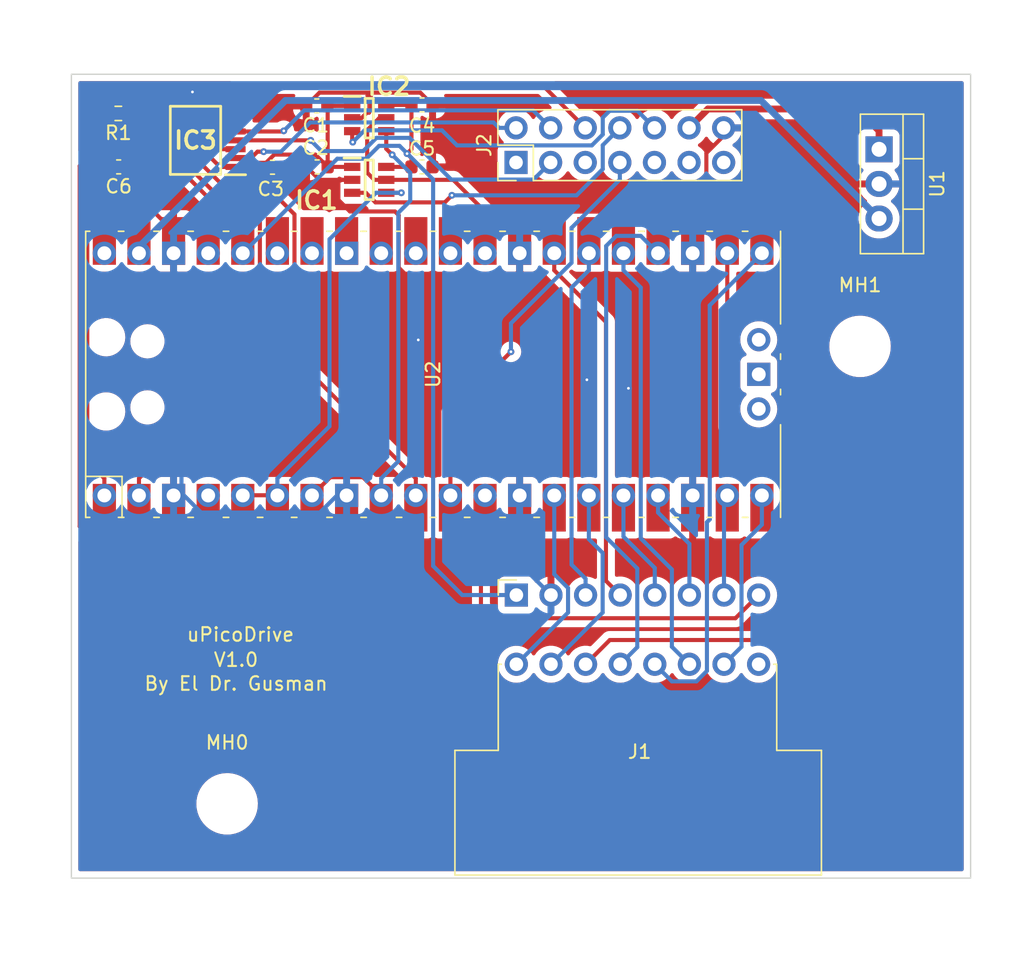
<source format=kicad_pcb>
(kicad_pcb (version 20211014) (generator pcbnew)
  (layers (0 "F.Cu" signal) (31 "B.Cu" signal) (34 "B.Paste" user) (35 "F.Paste" user) (36 "B.SilkS" user "B.Silkscreen") (37 "F.SilkS" user "F.Silkscreen") (38 "B.Mask" user) (39 "F.Mask" user) (44 "Edge.Cuts" user))
  (net 0 "")
  (net 1 "+5V")
  (net 2 "GND")
  (net 3 "+3V3")
  (net 4 "/PICO_ERASE")
  (net 5 "/QL_HEAD1")
  (net 6 "/PICO_HEAD1")
  (net 7 "/HEAD_DIR")
  (net 8 "/QL_HEAD2")
  (net 9 "/PICO_HEAD2")
  (net 10 "/QL_CS_IN")
  (net 11 "/QL_CS_CK")
  (net 12 "/QL_R{slash}~{W}")
  (net 13 "/QL_CS_OUT")
  (net 15 "Net-(IC3-Pad8)")
  (net 17 "/PICO_CS_OUT")
  (net 18 "/PICO_R{slash}~{W}")
  (net 19 "/PICO_CS_CK")
  (net 20 "/PICO_CS_IN")
  (net 21 "+9V")
  (net 22 "/UI_LD_READ")
  (net 23 "/UI_LD_WRITE")
  (net 24 "/UI_SCR_SDA")
  (net 25 "/UI_SD_CS")
  (net 26 "/UI_SCR_SCL")
  (net 27 "/UI_SD_SCK")
  (net 28 "/UI_BTN_BACK")
  (net 29 "/UI_SD_MISO")
  (net 30 "/UI_BTN_NEXT")
  (net 31 "/UI_SD_MOSI")
  (net 32 "/UI_BTN_SELECT")
  (net 33 "/UI_DETECT")
  (net 34 "/UI_LD_SELECT")
  (footprint "Capacitor_SMD:C_0603_1608Metric" (layer "F.Cu") (at 132.25 78.95 180)
    (fp_text reference "C2" (at 0.1 1.4) (layer "F.SilkS"))
    (fp_text value "100nf")
    (pad "1" smd roundrect (at -0.775 0 180) (size 0.9 0.95) (layers "F.Cu" "F.Paste" "F.Mask") (net 1 "+5V"))
    (pad "2" smd roundrect (at 0.775 0 180) (size 0.9 0.95) (layers "F.Cu" "F.Paste" "F.Mask") (net 2 "GND"))
  )
  (footprint "MountingHole:MountingHole_3.5mm" (layer "F.Cu") (at 125.645 125.7)
    (fp_text reference "MH0" (at 0 -4.5) (layer "F.SilkS"))
    (fp_text value "MountingHole_3.5mm")
    (pad "" np_thru_hole circle (at 0 0) (size 3.5 3.5) (drill 3.5) (layers *.Cu *.Mask))
  )
  (footprint "Capacitor_SMD:C_0603_1608Metric" (layer "F.Cu") (at 139.95 74.4)
    (fp_text reference "C4" (at 0 1.525) (layer "F.SilkS"))
    (fp_text value "100nf")
    (pad "1" smd roundrect (at -0.775 0) (size 0.9 0.95) (layers "F.Cu" "F.Paste" "F.Mask") (net 3 "+3V3"))
    (pad "2" smd roundrect (at 0.775 0) (size 0.9 0.95) (layers "F.Cu" "F.Paste" "F.Mask") (net 2 "GND"))
  )
  (footprint "SN74LVC1T45DBVR:SOT95P280X145-6N" (layer "F.Cu") (at 136.075 75.375)
    (fp_text reference "IC2" (at 1.45 -2.325) (layer "F.SilkS") (effects (font (size 1.27 1.27) (thickness 0.254))))
    (fp_text value "SN74LVC1T45DBVR" hide)
    (pad "1" smd rect locked (at -1.25 -0.95 90) (size 0.6 1.2) (layers "F.Cu" "F.Paste" "F.Mask") (net 1 "+5V"))
    (pad "2" smd rect locked (at -1.25 0 90) (size 0.6 1.2) (layers "F.Cu" "F.Paste" "F.Mask") (net 2 "GND"))
    (pad "3" smd rect locked (at -1.25 0.95 90) (size 0.6 1.2) (layers "F.Cu" "F.Paste" "F.Mask") (net 8 "/QL_HEAD2"))
    (pad "4" smd rect locked (at 1.25 0.95 90) (size 0.6 1.2) (layers "F.Cu" "F.Paste" "F.Mask") (net 9 "/PICO_HEAD2"))
    (pad "5" smd rect locked (at 1.25 0 90) (size 0.6 1.2) (layers "F.Cu" "F.Paste" "F.Mask") (net 7 "/HEAD_DIR"))
    (pad "6" smd rect locked (at 1.25 -0.95 90) (size 0.6 1.2) (layers "F.Cu" "F.Paste" "F.Mask") (net 3 "+3V3"))
  )
  (footprint "Capacitor_SMD:C_0603_1608Metric" (layer "F.Cu") (at 132.225 74.475 180)
    (fp_text reference "C1" (at 0.075 -1.425) (layer "F.SilkS"))
    (fp_text value "100nf")
    (pad "1" smd roundrect (at -0.775 0 180) (size 0.9 0.95) (layers "F.Cu" "F.Paste" "F.Mask") (net 1 "+5V"))
    (pad "2" smd roundrect (at 0.775 0 180) (size 0.9 0.95) (layers "F.Cu" "F.Paste" "F.Mask") (net 2 "GND"))
  )
  (footprint "Capacitor_SMD:C_0603_1608Metric" (layer "F.Cu") (at 139.95 78.95)
    (fp_text reference "C5" (at 0 -1.35) (layer "F.SilkS"))
    (fp_text value "100nf")
    (pad "1" smd roundrect (at -0.775 0) (size 0.9 0.95) (layers "F.Cu" "F.Paste" "F.Mask") (net 3 "+3V3"))
    (pad "2" smd roundrect (at 0.775 0) (size 0.9 0.95) (layers "F.Cu" "F.Paste" "F.Mask") (net 2 "GND"))
  )
  (footprint "RPi_Pico:RPi_Pico_SMD_TH" (layer "F.Cu") (at 140.765 94.175 90)
    (fp_text reference "U2" (at 0 0 90) (layer "F.SilkS"))
    (fp_text value "Pico")
    (pad "" np_thru_hole oval (at 2.725 -24 90) (size 1.8 1.8) (drill 1.8) (layers *.Cu *.Mask))
    (pad "" np_thru_hole oval (at -2.725 -24 90) (size 1.8 1.8) (drill 1.8) (layers *.Cu *.Mask))
    (pad "" np_thru_hole oval (at 2.425 -20.97 90) (size 1.5 1.5) (drill 1.5) (layers *.Cu *.Mask))
    (pad "" np_thru_hole oval (at -2.425 -20.97 90) (size 1.5 1.5) (drill 1.5) (layers *.Cu *.Mask))
    (pad "1" smd rect (at -8.89 -24.13 90) (size 3.5 1.7) (drill (offset -0.9 0)) (layers "F.Cu" "F.Mask") (net 20 "/PICO_CS_IN"))
    (pad "1" thru_hole oval (at -8.89 -24.13 90) (size 1.7 1.7) (drill 1.02) (layers *.Cu *.Mask) (net 20 "/PICO_CS_IN"))
    (pad "2" smd rect (at -8.89 -21.59 90) (size 3.5 1.7) (drill (offset -0.9 0)) (layers "F.Cu" "F.Mask") (net 19 "/PICO_CS_CK"))
    (pad "2" thru_hole oval (at -8.89 -21.59 90) (size 1.7 1.7) (drill 1.02) (layers *.Cu *.Mask) (net 19 "/PICO_CS_CK"))
    (pad "3" smd rect (at -8.89 -19.05 90) (size 3.5 1.7) (drill (offset -0.9 0)) (layers "F.Cu" "F.Mask") (net 2 "GND"))
    (pad "3" thru_hole rect (at -8.89 -19.05 90) (size 1.7 1.7) (drill 1.02) (layers *.Cu *.Mask) (net 2 "GND"))
    (pad "4" smd rect (at -8.89 -16.51 90) (size 3.5 1.7) (drill (offset -0.9 0)) (layers "F.Cu" "F.Mask") (net 17 "/PICO_CS_OUT"))
    (pad "4" thru_hole oval (at -8.89 -16.51 90) (size 1.7 1.7) (drill 1.02) (layers *.Cu *.Mask) (net 17 "/PICO_CS_OUT"))
    (pad "5" smd rect (at -8.89 -13.97 90) (size 3.5 1.7) (drill (offset -0.9 0)) (layers "F.Cu" "F.Mask") (net 6 "/PICO_HEAD1"))
    (pad "5" thru_hole oval (at -8.89 -13.97 90) (size 1.7 1.7) (drill 1.02) (layers *.Cu *.Mask) (net 6 "/PICO_HEAD1"))
    (pad "6" thru_hole oval (at -8.89 -11.43 90) (size 1.7 1.7) (drill 1.02) (layers *.Cu *.Mask) (net 6 "/PICO_HEAD1"))
    (pad "6" smd rect (at -8.89 -11.43 90) (size 3.5 1.7) (drill (offset -0.9 0)) (layers "F.Cu" "F.Mask") (net 6 "/PICO_HEAD1"))
    (pad "7" thru_hole oval (at -8.89 -8.89 90) (size 1.7 1.7) (drill 1.02) (layers *.Cu *.Mask) (net 9 "/PICO_HEAD2"))
    (pad "7" smd rect (at -8.89 -8.89 90) (size 3.5 1.7) (drill (offset -0.9 0)) (layers "F.Cu" "F.Mask") (net 9 "/PICO_HEAD2"))
    (pad "8" smd rect (at -8.89 -6.35 90) (size 3.5 1.7) (drill (offset -0.9 0)) (layers "F.Cu" "F.Mask") (net 2 "GND"))
    (pad "8" thru_hole rect (at -8.89 -6.35 90) (size 1.7 1.7) (drill 1.02) (layers *.Cu *.Mask) (net 2 "GND"))
    (pad "9" thru_hole oval (at -8.89 -3.81 90) (size 1.7 1.7) (drill 1.02) (layers *.Cu *.Mask) (net 9 "/PICO_HEAD2"))
    (pad "9" smd rect (at -8.89 -3.81 90) (size 3.5 1.7) (drill (offset -0.9 0)) (layers "F.Cu" "F.Mask") (net 9 "/PICO_HEAD2"))
    (pad "10" thru_hole oval (at -8.89 -1.27 90) (size 1.7 1.7) (drill 1.02) (layers *.Cu *.Mask) (net 18 "/PICO_R{slash}~{W}"))
    (pad "10" smd rect (at -8.89 -1.27 90) (size 3.5 1.7) (drill (offset -0.9 0)) (layers "F.Cu" "F.Mask") (net 18 "/PICO_R{slash}~{W}"))
    (pad "11" smd rect (at -8.89 1.27 90) (size 3.5 1.7) (drill (offset -0.9 0)) (layers "F.Cu" "F.Mask") (net 4 "/PICO_ERASE"))
    (pad "11" thru_hole oval (at -8.89 1.27 90) (size 1.7 1.7) (drill 1.02) (layers *.Cu *.Mask) (net 4 "/PICO_ERASE"))
    (pad "12" thru_hole oval (at -8.89 3.81 90) (size 1.7 1.7) (drill 1.02) (layers *.Cu *.Mask) (net 34 "/UI_LD_SELECT"))
    (pad "12" smd rect (at -8.89 3.81 90) (size 3.5 1.7) (drill (offset -0.9 0)) (layers "F.Cu" "F.Mask") (net 34 "/UI_LD_SELECT"))
    (pad "13" thru_hole rect (at -8.89 6.35 90) (size 1.7 1.7) (drill 1.02) (layers *.Cu *.Mask) (net 2 "GND"))
    (pad "13" smd rect (at -8.89 6.35 90) (size 3.5 1.7) (drill (offset -0.9 0)) (layers "F.Cu" "F.Mask") (net 2 "GND"))
    (pad "14" smd rect (at -8.89 8.89 90) (size 3.5 1.7) (drill (offset -0.9 0)) (layers "F.Cu" "F.Mask") (net 22 "/UI_LD_READ"))
    (pad "14" thru_hole oval (at -8.89 8.89 90) (size 1.7 1.7) (drill 1.02) (layers *.Cu *.Mask) (net 22 "/UI_LD_READ"))
    (pad "15" smd rect (at -8.89 11.43 90) (size 3.5 1.7) (drill (offset -0.9 0)) (layers "F.Cu" "F.Mask") (net 23 "/UI_LD_WRITE"))
    (pad "15" thru_hole oval (at -8.89 11.43 90) (size 1.7 1.7) (drill 1.02) (layers *.Cu *.Mask) (net 23 "/UI_LD_WRITE"))
    (pad "16" thru_hole oval (at -8.89 13.97 90) (size 1.7 1.7) (drill 1.02) (layers *.Cu *.Mask) (net 28 "/UI_BTN_BACK"))
    (pad "16" smd rect (at -8.89 13.97 90) (size 3.5 1.7) (drill (offset -0.9 0)) (layers "F.Cu" "F.Mask") (net 28 "/UI_BTN_BACK"))
    (pad "17" smd rect (at -8.89 16.51 90) (size 3.5 1.7) (drill (offset -0.9 0)) (layers "F.Cu" "F.Mask") (net 30 "/UI_BTN_NEXT"))
    (pad "17" thru_hole oval (at -8.89 16.51 90) (size 1.7 1.7) (drill 1.02) (layers *.Cu *.Mask) (net 30 "/UI_BTN_NEXT"))
    (pad "18" thru_hole rect (at -8.89 19.05 90) (size 1.7 1.7) (drill 1.02) (layers *.Cu *.Mask) (net 2 "GND"))
    (pad "18" smd rect (at -8.89 19.05 90) (size 3.5 1.7) (drill (offset -0.9 0)) (layers "F.Cu" "F.Mask") (net 2 "GND"))
    (pad "19" smd rect (at -8.89 21.59 90) (size 3.5 1.7) (drill (offset -0.9 0)) (layers "F.Cu" "F.Mask") (net 32 "/UI_BTN_SELECT"))
    (pad "19" thru_hole oval (at -8.89 21.59 90) (size 1.7 1.7) (drill 1.02) (layers *.Cu *.Mask) (net 32 "/UI_BTN_SELECT"))
    (pad "20" smd rect (at -8.89 24.13 90) (size 3.5 1.7) (drill (offset -0.9 0)) (layers "F.Cu" "F.Mask") (net 33 "/UI_DETECT"))
    (pad "20" thru_hole oval (at -8.89 24.13 90) (size 1.7 1.7) (drill 1.02) (layers *.Cu *.Mask) (net 33 "/UI_DETECT"))
    (pad "21" smd rect (at 8.89 24.13 90) (size 3.5 1.7) (drill (offset 0.9 0)) (layers "F.Cu" "F.Mask") (net 29 "/UI_SD_MISO"))
    (pad "21" thru_hole oval (at 8.89 24.13 90) (size 1.7 1.7) (drill 1.02) (layers *.Cu *.Mask) (net 29 "/UI_SD_MISO"))
    (pad "22" smd rect (at 8.89 21.59 90) (size 3.5 1.7) (drill (offset 0.9 0)) (layers "F.Cu" "F.Mask") (net 25 "/UI_SD_CS"))
    (pad "22" thru_hole oval (at 8.89 21.59 90) (size 1.7 1.7) (drill 1.02) (layers *.Cu *.Mask) (net 25 "/UI_SD_CS"))
    (pad "23" thru_hole rect (at 8.89 19.05 90) (size 1.7 1.7) (drill 1.02) (layers *.Cu *.Mask) (net 2 "GND"))
    (pad "23" smd rect (at 8.89 19.05 90) (size 3.5 1.7) (drill (offset 0.9 0)) (layers "F.Cu" "F.Mask") (net 2 "GND"))
    (pad "24" smd rect (at 8.89 16.51 90) (size 3.5 1.7) (drill (offset 0.9 0)) (layers "F.Cu" "F.Mask") (net 27 "/UI_SD_SCK"))
    (pad "24" thru_hole oval (at 8.89 16.51 90) (size 1.7 1.7) (drill 1.02) (layers *.Cu *.Mask) (net 27 "/UI_SD_SCK"))
    (pad "25" smd rect (at 8.89 13.97 90) (size 3.5 1.7) (drill (offset 0.9 0)) (layers "F.Cu" "F.Mask") (net 31 "/UI_SD_MOSI"))
    (pad "25" thru_hole oval (at 8.89 13.97 90) (size 1.7 1.7) (drill 1.02) (layers *.Cu *.Mask) (net 31 "/UI_SD_MOSI"))
    (pad "26" thru_hole oval (at 8.89 11.43 90) (size 1.7 1.7) (drill 1.02) (layers *.Cu *.Mask) (net 24 "/UI_SCR_SDA"))
    (pad "26" smd rect (at 8.89 11.43 90) (size 3.5 1.7) (drill (offset 0.9 0)) (layers "F.Cu" "F.Mask") (net 24 "/UI_SCR_SDA"))
    (pad "27" thru_hole oval (at 8.89 8.89 90) (size 1.7 1.7) (drill 1.02) (layers *.Cu *.Mask) (net 26 "/UI_SCR_SCL"))
    (pad "27" smd rect (at 8.89 8.89 90) (size 3.5 1.7) (drill (offset 0.9 0)) (layers "F.Cu" "F.Mask") (net 26 "/UI_SCR_SCL"))
    (pad "28" smd rect (at 8.89 6.35 90) (size 3.5 1.7) (drill (offset 0.9 0)) (layers "F.Cu" "F.Mask") (net 2 "GND"))
    (pad "28" thru_hole rect (at 8.89 6.35 90) (size 1.7 1.7) (drill 1.02) (layers *.Cu *.Mask) (net 2 "GND"))
    (pad "29" thru_hole oval (at 8.89 3.81 90) (size 1.7 1.7) (drill 1.02) (layers *.Cu *.Mask) (net 7 "/HEAD_DIR"))
    (pad "29" smd rect (at 8.89 3.81 90) (size 3.5 1.7) (drill (offset 0.9 0)) (layers "F.Cu" "F.Mask") (net 7 "/HEAD_DIR"))
    (pad "30" smd rect (at 8.89 1.27 90) (size 3.5 1.7) (drill (offset 0.9 0)) (layers "F.Cu" "F.Mask"))
    (pad "30" thru_hole oval (at 8.89 1.27 90) (size 1.7 1.7) (drill 1.02) (layers *.Cu *.Mask))
    (pad "31" smd rect (at 8.89 -1.27 90) (size 3.5 1.7) (drill (offset 0.9 0)) (layers "F.Cu" "F.Mask"))
    (pad "31" thru_hole oval (at 8.89 -1.27 90) (size 1.7 1.7) (drill 1.02) (layers *.Cu *.Mask))
    (pad "32" thru_hole oval (at 8.89 -3.81 90) (size 1.7 1.7) (drill 1.02) (layers *.Cu *.Mask))
    (pad "32" smd rect (at 8.89 -3.81 90) (size 3.5 1.7) (drill (offset 0.9 0)) (layers "F.Cu" "F.Mask"))
    (pad "33" thru_hole rect (at 8.89 -6.35 90) (size 1.7 1.7) (drill 1.02) (layers *.Cu *.Mask))
    (pad "33" smd rect (at 8.89 -6.35 90) (size 3.5 1.7) (drill (offset 0.9 0)) (layers "F.Cu" "F.Mask"))
    (pad "34" thru_hole oval (at 8.89 -8.89 90) (size 1.7 1.7) (drill 1.02) (layers *.Cu *.Mask))
    (pad "34" smd rect (at 8.89 -8.89 90) (size 3.5 1.7) (drill (offset 0.9 0)) (layers "F.Cu" "F.Mask"))
    (pad "35" thru_hole oval (at 8.89 -11.43 90) (size 1.7 1.7) (drill 1.02) (layers *.Cu *.Mask))
    (pad "35" smd rect (at 8.89 -11.43 90) (size 3.5 1.7) (drill (offset 0.9 0)) (layers "F.Cu" "F.Mask"))
    (pad "36" thru_hole oval (at 8.89 -13.97 90) (size 1.7 1.7) (drill 1.02) (layers *.Cu *.Mask) (net 3 "+3V3"))
    (pad "36" smd rect (at 8.89 -13.97 90) (size 3.5 1.7) (drill (offset 0.9 0)) (layers "F.Cu" "F.Mask") (net 3 "+3V3"))
    (pad "37" smd rect (at 8.89 -16.51 90) (size 3.5 1.7) (drill (offset 0.9 0)) (layers "F.Cu" "F.Mask"))
    (pad "37" thru_hole oval (at 8.89 -16.51 90) (size 1.7 1.7) (drill 1.02) (layers *.Cu *.Mask))
    (pad "38" thru_hole rect (at 8.89 -19.05 90) (size 1.7 1.7) (drill 1.02) (layers *.Cu *.Mask) (net 2 "GND"))
    (pad "38" smd rect (at 8.89 -19.05 90) (size 3.5 1.7) (drill (offset 0.9 0)) (layers "F.Cu" "F.Mask") (net 2 "GND"))
    (pad "39" smd rect (at 8.89 -21.59 90) (size 3.5 1.7) (drill (offset 0.9 0)) (layers "F.Cu" "F.Mask") (net 1 "+5V"))
    (pad "39" thru_hole oval (at 8.89 -21.59 90) (size 1.7 1.7) (drill 1.02) (layers *.Cu *.Mask) (net 1 "+5V"))
    (pad "40" thru_hole oval (at 8.89 -24.13 90) (size 1.7 1.7) (drill 1.02) (layers *.Cu *.Mask))
    (pad "40" smd rect (at 8.89 -24.13 90) (size 3.5 1.7) (drill (offset 0.9 0)) (layers "F.Cu" "F.Mask"))
    (pad "41" thru_hole oval (at -2.54 23.9 90) (size 1.7 1.7) (drill 1.02) (layers *.Cu *.Mask))
    (pad "42" thru_hole rect (at 0 23.9 90) (size 1.7 1.7) (drill 1.02) (layers *.Cu *.Mask))
    (pad "43" thru_hole oval (at 2.54 23.9 90) (size 1.7 1.7) (drill 1.02) (layers *.Cu *.Mask))
  )
  (footprint "SN74LVC1T45DBVR:SOT95P280X145-6N" (layer "F.Cu") (at 136.075 79.9)
    (fp_text reference "IC1" (at -3.875 1.5) (layer "F.SilkS") (effects (font (size 1.27 1.27) (thickness 0.254))))
    (fp_text value "SN74LVC1T45DBVR" hide)
    (pad "1" smd rect locked (at -1.25 -0.95 90) (size 0.6 1.2) (layers "F.Cu" "F.Paste" "F.Mask") (net 1 "+5V"))
    (pad "2" smd rect locked (at -1.25 0 90) (size 0.6 1.2) (layers "F.Cu" "F.Paste" "F.Mask") (net 2 "GND"))
    (pad "3" smd rect locked (at -1.25 0.95 90) (size 0.6 1.2) (layers "F.Cu" "F.Paste" "F.Mask") (net 5 "/QL_HEAD1"))
    (pad "4" smd rect locked (at 1.25 0.95 90) (size 0.6 1.2) (layers "F.Cu" "F.Paste" "F.Mask") (net 6 "/PICO_HEAD1"))
    (pad "5" smd rect locked (at 1.25 0 90) (size 0.6 1.2) (layers "F.Cu" "F.Paste" "F.Mask") (net 7 "/HEAD_DIR"))
    (pad "6" smd rect locked (at 1.25 -0.95 90) (size 0.6 1.2) (layers "F.Cu" "F.Paste" "F.Mask") (net 3 "+3V3"))
  )
  (footprint "Connector_PinHeader_2.54mm:PinHeader_2x07_P2.54mm_Vertical" (layer "F.Cu") (at 146.85 78.625 90)
    (fp_text reference "J2" (at 1.27 -2.33 90) (layer "F.SilkS"))
    (fp_text value "QL_CONN")
    (pad "1" thru_hole rect (at 0 0 90) (size 1.7 1.7) (drill 1) (layers *.Cu *.Mask))
    (pad "2" thru_hole oval (at 2.54 0 90) (size 1.7 1.7) (drill 1) (layers *.Cu *.Mask) (net 10 "/QL_CS_IN"))
    (pad "3" thru_hole oval (at 0 2.54 90) (size 1.7 1.7) (drill 1) (layers *.Cu *.Mask) (net 12 "/QL_R{slash}~{W}"))
    (pad "4" thru_hole oval (at 2.54 2.54 90) (size 1.7 1.7) (drill 1) (layers *.Cu *.Mask) (net 13 "/QL_CS_OUT"))
    (pad "5" thru_hole oval (at 0 5.08 90) (size 1.7 1.7) (drill 1) (layers *.Cu *.Mask))
    (pad "6" thru_hole oval (at 2.54 5.08 90) (size 1.7 1.7) (drill 1) (layers *.Cu *.Mask) (net 11 "/QL_CS_CK"))
    (pad "7" thru_hole oval (at 0 7.62 90) (size 1.7 1.7) (drill 1) (layers *.Cu *.Mask) (net 4 "/PICO_ERASE"))
    (pad "8" thru_hole oval (at 2.54 7.62 90) (size 1.7 1.7) (drill 1) (layers *.Cu *.Mask) (net 5 "/QL_HEAD1"))
    (pad "9" thru_hole oval (at 0 10.16 90) (size 1.7 1.7) (drill 1) (layers *.Cu *.Mask))
    (pad "10" thru_hole oval (at 2.54 10.16 90) (size 1.7 1.7) (drill 1) (layers *.Cu *.Mask) (net 8 "/QL_HEAD2"))
    (pad "11" thru_hole oval (at 0 12.7 90) (size 1.7 1.7) (drill 1) (layers *.Cu *.Mask))
    (pad "12" thru_hole oval (at 2.54 12.7 90) (size 1.7 1.7) (drill 1) (layers *.Cu *.Mask) (net 21 "+9V"))
    (pad "13" thru_hole oval (at 0 15.24 90) (size 1.7 1.7) (drill 1) (layers *.Cu *.Mask))
    (pad "14" thru_hole oval (at 2.54 15.24 90) (size 1.7 1.7) (drill 1) (layers *.Cu *.Mask) (net 2 "GND"))
  )
  (footprint "Capacitor_SMD:C_0603_1608Metric" (layer "F.Cu") (at 128.975 78.975)
    (fp_text reference "C3" (at -0.125 1.6) (layer "F.SilkS"))
    (fp_text value "100nf")
    (pad "1" smd roundrect (at -0.775 0) (size 0.9 0.95) (layers "F.Cu" "F.Paste" "F.Mask") (net 1 "+5V"))
    (pad "2" smd roundrect (at 0.775 0) (size 0.9 0.95) (layers "F.Cu" "F.Paste" "F.Mask") (net 2 "GND"))
  )
  (footprint "Package_TO_SOT_THT:TO-220-3_Vertical" (layer "F.Cu") (at 173.495 77.66 -90)
    (fp_text reference "U1" (at 2.54 -4.27 90) (layer "F.SilkS"))
    (fp_text value "LM7805_TO220")
    (pad "1" thru_hole rect (at 0 0 270) (size 1.905 2) (drill 1.1) (layers *.Cu *.Mask) (net 21 "+9V"))
    (pad "2" thru_hole oval (at 2.54 0 270) (size 1.905 2) (drill 1.1) (layers *.Cu *.Mask) (net 2 "GND"))
    (pad "3" thru_hole oval (at 5.08 0 270) (size 1.905 2) (drill 1.1) (layers *.Cu *.Mask) (net 1 "+5V"))
  )
  (footprint "Capacitor_SMD:C_0603_1608Metric" (layer "F.Cu") (at 117.685 78.95 180)
    (fp_text reference "C6" (at 0 -1.43) (layer "F.SilkS"))
    (fp_text value "100nf")
    (pad "1" smd roundrect (at -0.775 0 180) (size 0.9 0.95) (layers "F.Cu" "F.Paste" "F.Mask") (net 3 "+3V3"))
    (pad "2" smd roundrect (at 0.775 0 180) (size 0.9 0.95) (layers "F.Cu" "F.Paste" "F.Mask") (net 2 "GND"))
  )
  (footprint "EdgeCon:Edge_connector_02x08" (layer "F.Cu") (at 155.765 121.925)
    (fp_text reference "J1" (at 0.16 -0.05 unlocked) (layer "F.SilkS"))
    (fp_text value "Conn_02x16")
    (pad "1" thru_hole rect (at -8.89 -11.55 90) (size 1.7 1.7) (drill 1) (layers *.Cu *.Mask) (net 3 "+3V3"))
    (pad "2" thru_hole oval (at -8.89 -6.47 90) (size 1.7 1.7) (drill 1) (layers *.Cu *.Mask) (net 22 "/UI_LD_READ"))
    (pad "3" thru_hole oval (at -6.35 -11.55 90) (size 1.7 1.7) (drill 1) (layers *.Cu *.Mask) (net 2 "GND"))
    (pad "4" thru_hole oval (at -6.35 -6.47 90) (size 1.7 1.7) (drill 1) (layers *.Cu *.Mask) (net 23 "/UI_LD_WRITE"))
    (pad "5" thru_hole oval (at -3.81 -11.55 90) (size 1.7 1.7) (drill 1) (layers *.Cu *.Mask) (net 24 "/UI_SCR_SDA"))
    (pad "6" thru_hole oval (at -3.81 -6.47 90) (size 1.7 1.7) (drill 1) (layers *.Cu *.Mask) (net 25 "/UI_SD_CS"))
    (pad "7" thru_hole oval (at -1.27 -11.55 90) (size 1.7 1.7) (drill 1) (layers *.Cu *.Mask) (net 26 "/UI_SCR_SCL"))
    (pad "8" thru_hole oval (at -1.27 -6.47 90) (size 1.7 1.7) (drill 1) (layers *.Cu *.Mask) (net 27 "/UI_SD_SCK"))
    (pad "9" thru_hole oval (at 1.27 -11.55 90) (size 1.7 1.7) (drill 1) (layers *.Cu *.Mask) (net 28 "/UI_BTN_BACK"))
    (pad "10" thru_hole oval (at 1.27 -6.47 90) (size 1.7 1.7) (drill 1) (layers *.Cu *.Mask) (net 29 "/UI_SD_MISO"))
    (pad "11" thru_hole oval (at 3.81 -11.55 90) (size 1.7 1.7) (drill 1) (layers *.Cu *.Mask) (net 30 "/UI_BTN_NEXT"))
    (pad "12" thru_hole oval (at 3.81 -6.47 90) (size 1.7 1.7) (drill 1) (layers *.Cu *.Mask) (net 31 "/UI_SD_MOSI"))
    (pad "13" thru_hole oval (at 6.35 -11.55 90) (size 1.7 1.7) (drill 1) (layers *.Cu *.Mask) (net 32 "/UI_BTN_SELECT"))
    (pad "14" thru_hole oval (at 6.35 -6.47 90) (size 1.7 1.7) (drill 1) (layers *.Cu *.Mask) (net 33 "/UI_DETECT"))
    (pad "15" thru_hole oval (at 8.89 -11.55 90) (size 1.7 1.7) (drill 1) (layers *.Cu *.Mask) (net 34 "/UI_LD_SELECT"))
    (pad "16" thru_hole oval (at 8.89 -6.47 90) (size 1.7 1.7) (drill 1) (layers *.Cu *.Mask))
  )
  (footprint "TXU0304QPWRQ1:TXU0304QPWRQ1" (layer "F.Cu") (at 123.325 77 180)
    (fp_text reference "IC3" (at 0 0) (layer "F.SilkS") (effects (font (size 1.27 1.27) (thickness 0.254))))
    (fp_text value "TXU0304QPWRQ1" hide)
    (pad "1" smd rect locked (at -2.938 -1.95 270) (size 0.45 1.475) (layers "F.Cu" "F.Paste" "F.Mask") (net 1 "+5V"))
    (pad "2" smd rect locked (at -2.938 -1.3 270) (size 0.45 1.475) (layers "F.Cu" "F.Paste" "F.Mask") (net 10 "/QL_CS_IN"))
    (pad "3" smd rect locked (at -2.938 -0.65 270) (size 0.45 1.475) (layers "F.Cu" "F.Paste" "F.Mask") (net 11 "/QL_CS_CK"))
    (pad "4" smd rect locked (at -2.938 0 270) (size 0.45 1.475) (layers "F.Cu" "F.Paste" "F.Mask") (net 12 "/QL_R{slash}~{W}"))
    (pad "5" smd rect locked (at -2.938 0.65 270) (size 0.45 1.475) (layers "F.Cu" "F.Paste" "F.Mask") (net 13 "/QL_CS_OUT"))
    (pad "6" smd rect locked (at -2.938 1.3 270) (size 0.45 1.475) (layers "F.Cu" "F.Paste" "F.Mask"))
    (pad "7" smd rect locked (at -2.938 1.95 270) (size 0.45 1.475) (layers "F.Cu" "F.Paste" "F.Mask") (net 2 "GND"))
    (pad "8" smd rect locked (at 2.938 1.95 270) (size 0.45 1.475) (layers "F.Cu" "F.Paste" "F.Mask") (net 15 "Net-(IC3-Pad8)"))
    (pad "9" smd rect locked (at 2.938 1.3 270) (size 0.45 1.475) (layers "F.Cu" "F.Paste" "F.Mask"))
    (pad "10" smd rect locked (at 2.938 0.65 270) (size 0.45 1.475) (layers "F.Cu" "F.Paste" "F.Mask") (net 17 "/PICO_CS_OUT"))
    (pad "11" smd rect locked (at 2.938 0 270) (size 0.45 1.475) (layers "F.Cu" "F.Paste" "F.Mask") (net 18 "/PICO_R{slash}~{W}"))
    (pad "12" smd rect locked (at 2.938 -0.65 270) (size 0.45 1.475) (layers "F.Cu" "F.Paste" "F.Mask") (net 19 "/PICO_CS_CK"))
    (pad "13" smd rect locked (at 2.938 -1.3 270) (size 0.45 1.475) (layers "F.Cu" "F.Paste" "F.Mask") (net 20 "/PICO_CS_IN"))
    (pad "14" smd rect locked (at 2.938 -1.95 270) (size 0.45 1.475) (layers "F.Cu" "F.Paste" "F.Mask") (net 3 "+3V3"))
  )
  (footprint "MountingHole:MountingHole_3.5mm" (layer "F.Cu") (at 172.1 92.125)
    (fp_text reference "MH1" (at 0 -4.5) (layer "F.SilkS"))
    (fp_text value "MountingHole_3.5mm")
    (pad "" np_thru_hole circle (at 0 0) (size 3.5 3.5) (drill 3.5) (layers *.Cu *.Mask))
  )
  (footprint "Resistor_SMD:R_0603_1608Metric" (layer "F.Cu") (at 117.66 75.025 180)
    (fp_text reference "R1" (at 0 -1.43) (layer "F.SilkS"))
    (fp_text value "4k7")
    (pad "1" smd roundrect (at -0.825 0 180) (size 0.8 0.95) (layers "F.Cu" "F.Paste" "F.Mask") (net 15 "Net-(IC3-Pad8)"))
    (pad "2" smd roundrect (at 0.825 0 180) (size 0.8 0.95) (layers "F.Cu" "F.Paste" "F.Mask") (net 1 "+5V"))
  )
  (gr_rect (start 114.215 72.15) (end 180.215 131.15) (layer "Edge.Cuts") (width 0.1) (fill none))
  (gr_text "V1.0" (at 126.3 115.125) (layer "F.SilkS") (effects (font (size 1 1))))
  (gr_text "By El Dr. Gusman" (at 126.3 116.875) (layer "F.SilkS") (effects (font (size 1 1))))
  (gr_text "uPicoDrive" (at 126.625 113.275) (layer "F.SilkS") (effects (font (size 1 1))))
  (segment (start 126.263 78.95) (end 125.15 78.95) (width 0.3) (layer "F.Cu") (net 1))
  (segment (start 126.263 78.95) (end 128.175 78.95) (width 0.3) (layer "F.Cu") (net 1))
  (segment (start 128.1875 78.9625) (end 128.2 78.975) (width 0.3) (layer "F.Cu") (net 1))
  (segment (start 117.7287 74.1313) (end 116.835 75.025) (width 0.3) (layer "F.Cu") (net 1))
  (segment (start 132.1222 78.0472) (end 133.025 78.95) (width 0.3) (layer "F.Cu") (net 1))
  (segment (start 133 74.475) (end 133.549 74.475) (width 0.3) (layer "F.Cu") (net 1))
  (segment (start 133.549 74.475) (end 133.025 74.475) (width 0.3) (layer "F.Cu") (net 1))
  (segment (start 124.3365 78.1651) (end 124.3365 77.4593) (width 0.3) (layer "F.Cu") (net 1))
  (segment (start 129.1028 78.0472) (end 132.1222 78.0472) (width 0.3) (layer "F.Cu") (net 1))
  (segment (start 125.1214 78.95) (end 124.3365 78.1651) (width 0.3) (layer "F.Cu") (net 1))
  (segment (start 128.1875 78.9625) (end 129.1028 78.0472) (width 0.3) (layer "F.Cu") (net 1))
  (segment (start 126.263 78.95) (end 125.1214 78.95) (width 0.3) (layer "F.Cu") (net 1))
  (segment (start 133.025 74.475) (end 133.025 78.95) (width 0.3) (layer "F.Cu") (net 1))
  (segment (start 134.775 74.475) (end 134.825 74.425) (width 0.3) (layer "F.Cu") (net 1))
  (segment (start 124.3365 77.4593) (end 121.0085 74.1313) (width 0.3) (layer "F.Cu") (net 1))
  (segment (start 133.549 74.475) (end 134.775 74.475) (width 0.3) (layer "F.Cu") (net 1))
  (segment (start 133.025 78.95) (end 134.825 78.95) (width 0.3) (layer "F.Cu") (net 1))
  (segment (start 125.15 78.95) (end 125.1 78.9) (width 0.3) (layer "F.Cu") (net 1))
  (segment (start 128.175 78.95) (end 128.1875 78.9625) (width 0.3) (layer "F.Cu") (net 1))
  (segment (start 121.0085 74.1313) (end 117.7287 74.1313) (width 0.3) (layer "F.Cu") (net 1))
  (via (at 125.1 78.9) (size 0.5) (drill 0.2) (layers "F.Cu" "B.Cu") (net 1))
  (segment (start 129.925 74.075) (end 125.1 78.9) (width 0.5) (layer "B.Cu") (net 1))
  (segment (start 164.83 74.075) (end 129.925 74.075) (width 0.5) (layer "B.Cu") (net 1))
  (segment (start 173.495 82.74) (end 164.83 74.075) (width 0.5) (layer "B.Cu") (net 1))
  (segment (start 119.175 84.825) (end 125.1 78.9) (width 0.5) (layer "B.Cu") (net 1))
  (segment (start 119.175 85.285) (end 119.175 84.825) (width 0.5) (layer "B.Cu") (net 1))
  (segment (start 136.125 74.75) (end 135.5 75.375) (width 0.3) (layer "F.Cu") (net 2))
  (segment (start 159.815 85.285) (end 159.815 82.2309) (width 0.3) (layer "F.Cu") (net 2))
  (segment (start 162.09 76.6641) (end 160.82 77.9341) (width 0.3) (layer "F.Cu") (net 2))
  (segment (start 143.7173 78.95) (end 147.115 82.3477) (width 0.3) (layer "F.Cu") (net 2))
  (segment (start 129.75 78.975) (end 131.45 78.975) (width 0.3) (layer "F.Cu") (net 2))
  (segment (start 136.125 73.5) (end 136.125 74.75) (width 0.3) (layer "F.Cu") (net 2))
  (segment (start 147.625 98.775) (end 147.625 87.0491) (width 0.3) (layer "F.Cu") (net 2))
  (segment (start 147.115 82.3948) (end 147.115 82.3477) (width 0.3) (layer "F.Cu") (net 2))
  (segment (start 139.825 73.5) (end 140.725 74.4) (width 0.3) (layer "F.Cu") (net 2))
  (segment (start 138.2408 82.4975) (end 137.9643 82.221) (width 0.3) (layer "F.Cu") (net 2))
  (segment (start 133.811 79.9) (end 134.825 79.9) (width 0.3) (layer "F.Cu") (net 2))
  (segment (start 137.9643 82.221) (end 134.6609 82.221) (width 0.3) (layer "F.Cu") (net 2))
  (segment (start 147.115 99.285) (end 147.625 98.775) (width 0.3) (layer "F.Cu") (net 2))
  (segment (start 147.115 85.912) (end 147.115 86.5391) (width 0.3) (layer "F.Cu") (net 2))
  (segment (start 140.725 74.4) (end 140.725 78.95) (width 0.3) (layer "F.Cu") (net 2))
  (segment (start 121.715 83.6892) (end 116.9758 78.95) (width 0.3) (layer "F.Cu") (net 2))
  (segment (start 121.715 85.285) (end 121.715 83.6892) (width 0.3) (layer "F.Cu") (net 2))
  (segment (start 146.6541 87) (end 138.8941 87) (width 0.3) (layer "F.Cu") (net 2))
  (segment (start 132.425 73.5) (end 139.825 73.5) (width 0.3) (layer "F.Cu") (net 2))
  (segment (start 131.475 78.95) (end 132.425 79.9) (width 0.3) (layer "F.Cu") (net 2))
  (segment (start 127.4046 75.05) (end 127.9796 74.475) (width 0.3) (layer "F.Cu") (net 2))
  (segment (start 127.9796 74.475) (end 131.45 74.475) (width 0.3) (layer "F.Cu") (net 2))
  (segment (start 147.625 87.0491) (end 147.115 86.5391) (width 0.3) (layer "F.Cu") (net 2))
  (segment (start 147.115 85.285) (end 147.115 82.3948) (width 0.3) (layer "F.Cu") (net 2))
  (segment (start 160.82 77.9341) (end 160.82 80.2) (width 0.3) (layer "F.Cu") (net 2))
  (segment (start 162.09 76.085) (end 162.09 76.6641) (width 0.3) (layer "F.Cu") (net 2))
  (segment (start 131.45 78.975) (end 131.475 78.95) (width 0.3) (layer "F.Cu") (net 2))
  (segment (start 147.115 86.5391) (end 146.6541 87) (width 0.3) (layer "F.Cu") (net 2))
  (segment (start 160.82 81.2259) (end 159.815 82.2309) (width 0.3) (layer "F.Cu") (net 2))
  (segment (start 160.82 80.2) (end 173.495 80.2) (width 0.4) (layer "F.Cu") (net 2))
  (segment (start 147.2318 82.2309) (end 159.815 82.2309) (width 0.3) (layer "F.Cu") (net 2))
  (segment (start 126.263 75.05) (end 127.4046 75.05) (width 0.3) (layer "F.Cu") (net 2))
  (segment (start 147.115 103.065) (end 147.115 99.285) (width 0.3) (layer "F.Cu") (net 2))
  (segment (start 147.115 85.912) (end 147.115 85.285) (width 0.3) (layer "F.Cu") (net 2))
  (segment (start 116.9758 78.95) (end 116.91 78.95) (width 0.3) (layer "F.Cu") (net 2))
  (segment (start 132.425 79.9) (end 133.811 79.9) (width 0.3) (layer "F.Cu") (net 2))
  (segment (start 138.8941 87) (end 138.2408 86.3467) (width 0.3) (layer "F.Cu") (net 2))
  (segment (start 159.815 85.285) (end 159.815 103.065) (width 0.3) (layer "F.Cu") (net 2))
  (segment (start 147.115 82.3477) (end 147.2318 82.2309) (width 0.3) (layer "F.Cu") (net 2))
  (segment (start 140.725 78.95) (end 143.7173 78.95) (width 0.3) (layer "F.Cu") (net 2))
  (segment (start 160.82 80.2) (end 160.82 81.2259) (width 0.3) (layer "F.Cu") (net 2))
  (segment (start 134.6609 82.221) (end 133.811 81.3711) (width 0.3) (layer "F.Cu") (net 2))
  (segment (start 131.45 74.475) (end 132.425 73.5) (width 0.3) (layer "F.Cu") (net 2))
  (segment (start 135.5 75.375) (end 134.825 75.375) (width 0.3) (layer "F.Cu") (net 2))
  (segment (start 133.811 81.3711) (end 133.811 79.9) (width 0.3) (layer "F.Cu") (net 2))
  (segment (start 138.2408 86.3467) (end 138.2408 82.4975) (width 0.3) (layer "F.Cu") (net 2))
  (via (at 123.1 73.45) (size 0.5) (drill 0.2) (layers "F.Cu" "B.Cu") (net 2))
  (via (at 139.675 91.65) (size 0.5) (drill 0.2) (layers "F.Cu" "B.Cu") (net 2))
  (via (at 155.1 95.2) (size 0.5) (drill 0.2) (layers "F.Cu" "B.Cu") (net 2))
  (via (at 152.05 94.575) (size 0.5) (drill 0.2) (layers "F.Cu" "B.Cu") (net 2))
  (segment (start 122.2942 103.065) (end 122.2942 102.7754) (width 0.3) (layer "B.Cu") (net 2))
  (segment (start 122.2942 102.8779) (end 123.7354 104.3191) (width 0.3) (layer "B.Cu") (net 2))
  (segment (start 147.115 103.065) (end 147.115 108.075) (width 0.3) (layer "B.Cu") (net 2))
  (segment (start 123.7354 104.3191) (end 132.4555 104.3191) (width 0.3) (layer "B.Cu") (net 2))
  (segment (start 121.715 85.285) (end 121.715 86.5391) (width 0.3) (layer "B.Cu") (net 2))
  (segment (start 132.4555 104.3191) (end 133.7096 103.065) (width 0.3) (layer "B.Cu") (net 2))
  (segment (start 121.715 103.065) (end 122.2942 103.065) (width 0.3) (layer "B.Cu") (net 2))
  (segment (start 147.115 108.075) (end 149.415 110.375) (width 0.3) (layer "B.Cu") (net 2))
  (segment (start 122.2942 87.1183) (end 121.715 86.5391) (width 0.3) (layer "B.Cu") (net 2))
  (segment (start 122.2942 102.7754) (end 122.2942 102.8779) (width 0.3) (layer "B.Cu") (net 2))
  (segment (start 133.7096 103.065) (end 134.415 103.065) (width 0.3) (layer "B.Cu") (net 2))
  (segment (start 122.2942 102.7754) (end 122.2942 87.1183) (width 0.3) (layer "B.Cu") (net 2))
  (segment (start 139.175 78.95) (end 138.7019 78.95) (width 0.3) (layer "F.Cu") (net 3))
  (segment (start 121.9988 78.95) (end 126.795 83.7462) (width 0.3) (layer "F.Cu") (net 3))
  (segment (start 139.175 74.4) (end 139.175 77.65) (width 0.3) (layer "F.Cu") (net 3))
  (segment (start 137.35 74.4) (end 137.325 74.425) (width 0.3) (layer "F.Cu") (net 3))
  (segment (start 138.7019 78.95) (end 137.325 78.95) (width 0.3) (layer "F.Cu") (net 3))
  (segment (start 139.175 78.4769) (end 139.175 78.3) (width 0.3) (layer "F.Cu") (net 3))
  (segment (start 139.175 78.3) (end 138.85 77.975) (width 0.3) (layer "F.Cu") (net 3))
  (segment (start 139.175 74.4) (end 137.35 74.4) (width 0.3) (layer "F.Cu") (net 3))
  (segment (start 121.5286 78.95) (end 121.9988 78.95) (width 0.3) (layer "F.Cu") (net 3))
  (segment (start 120.387 78.95) (end 121.5286 78.95) (width 0.3) (layer "F.Cu") (net 3))
  (segment (start 126.795 83.7462) (end 126.795 85.285) (width 0.3) (layer "F.Cu") (net 3))
  (segment (start 120.387 78.95) (end 118.46 78.95) (width 0.3) (layer "F.Cu") (net 3))
  (segment (start 139.175 77.65) (end 138.85 77.975) (width 0.3) (layer "F.Cu") (net 3))
  (via (at 138.85 77.975) (size 0.5) (drill 0.2) (layers "F.Cu" "B.Cu") (net 3))
  (segment (start 135.8553 78.35) (end 133.73 78.35) (width 0.3) (layer "B.Cu") (net 3))
  (segment (start 139.0085 78.1156) (end 138.8679 77.975) (width 0.3) (layer "B.Cu") (net 3))
  (segment (start 139.0085 78.1156) (end 140.765 79.8721) (width 0.3) (layer "B.Cu") (net 3))
  (segment (start 138.2982 77.4053) (end 136.8 77.4053) (width 0.3) (layer "B.Cu") (net 3))
  (segment (start 140.765 108.24) (end 142.9 110.375) (width 0.3) (layer "B.Cu") (net 3))
  (segment (start 136.8 77.4053) (end 135.8553 78.35) (width 0.3) (layer "B.Cu") (net 3))
  (segment (start 139.0085 78.1156) (end 138.2982 77.4053) (width 0.3) (layer "B.Cu") (net 3))
  (segment (start 140.765 79.8721) (end 140.765 108.24) (width 0.3) (layer "B.Cu") (net 3))
  (segment (start 138.8679 77.975) (end 138.85 77.975) (width 0.3) (layer "B.Cu") (net 3))
  (segment (start 133.73 78.35) (end 126.795 85.285) (width 0.3) (layer "B.Cu") (net 3))
  (segment (start 142.9 110.375) (end 146.875 110.375) (width 0.3) (layer "B.Cu") (net 3))
  (segment (start 146.4774 92.518) (end 142.035 96.9604) (width 0.3) (layer "F.Cu") (net 4))
  (segment (start 142.035 96.9604) (end 142.035 103.065) (width 0.3) (layer "F.Cu") (net 4))
  (via (at 146.4774 92.518) (size 0.5) (drill 0.2) (layers "F.Cu" "B.Cu") (net 4))
  (segment (start 154.47 78.625) (end 154.47 79.8791) (width 0.3) (layer "B.Cu") (net 4))
  (segment (start 146.4774 90.4326) (end 146.4774 92.518) (width 0.3) (layer "B.Cu") (net 4))
  (segment (start 150.925 85.985) (end 146.4774 90.4326) (width 0.3) (layer "B.Cu") (net 4))
  (segment (start 150.925 83.4241) (end 150.925 85.985) (width 0.3) (layer "B.Cu") (net 4))
  (segment (start 154.47 79.8791) (end 150.925 83.4241) (width 0.3) (layer "B.Cu") (net 4))
  (segment (start 136.5332 81.5541) (end 135.8291 80.85) (width 0.3) (layer "F.Cu") (net 5))
  (segment (start 142.1424 81.0355) (end 141.6238 81.5541) (width 0.3) (layer "F.Cu") (net 5))
  (segment (start 134.825 80.85) (end 135.8291 80.85) (width 0.3) (layer "F.Cu") (net 5))
  (segment (start 141.6238 81.5541) (end 136.5332 81.5541) (width 0.3) (layer "F.Cu") (net 5))
  (via (at 142.1424 81.0355) (size 0.5) (drill 0.2) (layers "F.Cu" "B.Cu") (net 5))
  (segment (start 154.47 76.100515) (end 153.2159 77.354615) (width 0.3) (layer "B.Cu") (net 5))
  (segment (start 153.2159 79.1127) (end 151.2931 81.0355) (width 0.3) (layer "B.Cu") (net 5))
  (segment (start 151.2931 81.0355) (end 142.1424 81.0355) (width 0.3) (layer "B.Cu") (net 5))
  (segment (start 153.2159 77.354615) (end 153.2159 79.1127) (width 0.3) (layer "B.Cu") (net 5))
  (segment (start 154.47 76.085) (end 154.47 76.100515) (width 0.3) (layer "B.Cu") (net 5))
  (segment (start 138.3291 80.85) (end 138.4303 80.85) (width 0.3) (layer "F.Cu") (net 6))
  (segment (start 129.32 103.05) (end 126.81 103.05) (width 0.3) (layer "F.Cu") (net 6))
  (segment (start 126.81 103.05) (end 126.795 103.065) (width 0.3) (layer "F.Cu") (net 6))
  (segment (start 137.325 80.85) (end 138.3291 80.85) (width 0.3) (layer "F.Cu") (net 6))
  (segment (start 129.335 103.065) (end 129.32 103.05) (width 0.3) (layer "F.Cu") (net 6))
  (via (at 138.4303 80.85) (size 0.5) (drill 0.2) (layers "F.Cu" "B.Cu") (net 6))
  (segment (start 129.335 103.065) (end 129.335 101.8109) (width 0.3) (layer "B.Cu") (net 6))
  (segment (start 133.1608 84.2597) (end 136.5705 80.85) (width 0.3) (layer "B.Cu") (net 6))
  (segment (start 136.5705 80.85) (end 138.4303 80.85) (width 0.3) (layer "B.Cu") (net 6))
  (segment (start 129.335 101.8109) (end 133.1608 97.9851) (width 0.3) (layer "B.Cu") (net 6))
  (segment (start 133.1608 97.9851) (end 133.1608 84.2597) (width 0.3) (layer "B.Cu") (net 6))
  (segment (start 136.45 79.9) (end 135.925 79.375) (width 0.3) (layer "F.Cu") (net 7))
  (segment (start 144.575 82.2309) (end 142.2441 79.9) (width 0.3) (layer "F.Cu") (net 7))
  (segment (start 142.2441 79.9) (end 137.325 79.9) (width 0.3) (layer "F.Cu") (net 7))
  (segment (start 144.575 85.285) (end 144.575 82.2309) (width 0.3) (layer "F.Cu") (net 7))
  (segment (start 135.925 76.2531) (end 136.8031 75.375) (width 0.3) (layer "F.Cu") (net 7))
  (segment (start 137.325 79.9) (end 136.45 79.9) (width 0.3) (layer "F.Cu") (net 7))
  (segment (start 136.8031 75.375) (end 137.325 75.375) (width 0.3) (layer "F.Cu") (net 7))
  (segment (start 135.925 79.375) (end 135.925 76.2531) (width 0.3) (layer "F.Cu") (net 7))
  (segment (start 134.825 77.0928) (end 134.8646 77.1324) (width 0.3) (layer "F.Cu") (net 8))
  (segment (start 134.825 76.325) (end 134.825 77.0928) (width 0.3) (layer "F.Cu") (net 8))
  (via (at 134.8646 77.1324) (size 0.5) (drill 0.2) (layers "F.Cu" "B.Cu") (net 8))
  (segment (start 152.416933 77.3708) (end 153.216489 76.571244) (width 0.3) (layer "B.Cu") (net 8))
  (segment (start 153.216489 76.571244) (end 153.216489 75.333511) (width 0.3) (layer "B.Cu") (net 8))
  (segment (start 142.5178 77.3708) (end 152.416933 77.3708) (width 0.3) (layer "B.Cu") (net 8))
  (segment (start 153.718511 74.831489) (end 155.756489 74.831489) (width 0.3) (layer "B.Cu") (net 8))
  (segment (start 153.216489 75.333511) (end 153.718511 74.831489) (width 0.3) (layer "B.Cu") (net 8))
  (segment (start 135.7321 76.2649) (end 134.8646 77.1324) (width 0.3) (layer "B.Cu") (net 8))
  (segment (start 141.4119 76.2649) (end 135.7321 76.2649) (width 0.3) (layer "B.Cu") (net 8))
  (segment (start 142.5178 77.3708) (end 141.4119 76.2649) (width 0.3) (layer "B.Cu") (net 8))
  (segment (start 157.01 76.085) (end 155.756489 74.831489) (width 0.3) (layer "B.Cu") (net 8))
  (segment (start 137.325 76.325) (end 137.325 77.6226) (width 0.3) (layer "F.Cu") (net 9))
  (segment (start 136.955 103.065) (end 135.615 101.725) (width 0.3) (layer "F.Cu") (net 9))
  (segment (start 133.215 101.725) (end 131.875 103.065) (width 0.3) (layer "F.Cu") (net 9))
  (segment (start 137.325 77.6226) (end 137.7619 78.0595) (width 0.3) (layer "F.Cu") (net 9))
  (segment (start 135.615 101.725) (end 133.215 101.725) (width 0.3) (layer "F.Cu") (net 9))
  (via (at 137.7619 78.0595) (size 0.5) (drill 0.2) (layers "F.Cu" "B.Cu") (net 9))
  (segment (start 139.0845 79.3821) (end 137.7619 78.0595) (width 0.3) (layer "B.Cu") (net 9))
  (segment (start 138.2091 82.3178) (end 139.0845 81.4424) (width 0.3) (layer "B.Cu") (net 9))
  (segment (start 136.955 103.065) (end 136.955 101.8109) (width 0.3) (layer "B.Cu") (net 9))
  (segment (start 136.955 101.8109) (end 138.2091 100.5568) (width 0.3) (layer "B.Cu") (net 9))
  (segment (start 139.0845 81.4424) (end 139.0845 79.3821) (width 0.3) (layer "B.Cu") (net 9))
  (segment (start 138.2091 100.5568) (end 138.2091 82.3178) (width 0.3) (layer "B.Cu") (net 9))
  (segment (start 126.263 78.3) (end 127.4046 78.3) (width 0.3) (layer "F.Cu") (net 10))
  (segment (start 127.4046 78.3) (end 127.871 77.8336) (width 0.3) (layer "F.Cu") (net 10))
  (segment (start 127.871 77.8336) (end 128.328 77.8336) (width 0.3) (layer "F.Cu") (net 10))
  (via (at 128.328 77.8336) (size 0.5) (drill 0.2) (layers "F.Cu" "B.Cu") (net 10))
  (segment (start 128.328 77.8336) (end 129.596 77.8336) (width 0.3) (layer "B.Cu") (net 10))
  (segment (start 131.7441 75.6855) (end 145.1964 75.6855) (width 0.3) (layer "B.Cu") (net 10))
  (segment (start 146.85 76.085) (end 145.5959 76.085) (width 0.3) (layer "B.Cu") (net 10))
  (segment (start 129.596 77.8336) (end 131.7441 75.6855) (width 0.3) (layer "B.Cu") (net 10))
  (segment (start 145.1964 75.6855) (end 145.5959 76.085) (width 0.3) (layer "B.Cu") (net 10))
  (segment (start 124.975 74.7847) (end 126.8234 72.9363) (width 0.3) (layer "F.Cu") (net 11))
  (segment (start 124.975 77.481522) (end 124.975 74.7847) (width 0.3) (layer "F.Cu") (net 11))
  (segment (start 148.7813 72.9363) (end 151.93 76.085) (width 0.3) (layer "F.Cu") (net 11))
  (segment (start 126.263 77.65) (end 125.143478 77.65) (width 0.3) (layer "F.Cu") (net 11))
  (segment (start 126.8234 72.9363) (end 148.7813 72.9363) (width 0.3) (layer "F.Cu") (net 11))
  (segment (start 125.143478 77.65) (end 124.975 77.481522) (width 0.3) (layer "F.Cu") (net 11))
  (segment (start 126.263 77) (end 131.7793 77) (width 0.3) (layer "F.Cu") (net 12))
  (via (at 131.7793 77) (size 0.5) (drill 0.2) (layers "F.Cu" "B.Cu") (net 12))
  (segment (start 139.0339 76.8191) (end 142.094 79.8792) (width 0.3) (layer "B.Cu") (net 12))
  (segment (start 136.6025 76.8191) (end 139.0339 76.8191) (width 0.3) (layer "B.Cu") (net 12))
  (segment (start 132.5669 77.7876) (end 135.634 77.7876) (width 0.3) (layer "B.Cu") (net 12))
  (segment (start 142.094 79.8792) (end 148.1358 79.8792) (width 0.3) (layer "B.Cu") (net 12))
  (segment (start 148.1358 79.8792) (end 149.39 78.625) (width 0.3) (layer "B.Cu") (net 12))
  (segment (start 135.634 77.7876) (end 136.6025 76.8191) (width 0.3) (layer "B.Cu") (net 12))
  (segment (start 131.7793 77) (end 132.5669 77.7876) (width 0.3) (layer "B.Cu") (net 12))
  (segment (start 126.263 76.35) (end 129.7575 76.35) (width 0.3) (layer "F.Cu") (net 13))
  (segment (start 129.7575 76.35) (end 129.804 76.3035) (width 0.3) (layer "F.Cu") (net 13))
  (via (at 129.804 76.3035) (size 0.5) (drill 0.2) (layers "F.Cu" "B.Cu") (net 13))
  (segment (start 148.1027 74.7977) (end 131.3098 74.7977) (width 0.3) (layer "B.Cu") (net 13))
  (segment (start 149.39 76.085) (end 148.1027 74.7977) (width 0.3) (layer "B.Cu") (net 13))
  (segment (start 131.3098 74.7977) (end 129.804 76.3035) (width 0.3) (layer "B.Cu") (net 13))
  (segment (start 120.387 75.05) (end 118.51 75.05) (width 0.3) (layer "F.Cu") (net 15))
  (segment (start 118.51 75.05) (end 118.485 75.025) (width 0.3) (layer "F.Cu") (net 15))
  (segment (start 120.387 76.35) (end 117.3566 76.35) (width 0.3) (layer "F.Cu") (net 17))
  (segment (start 117.3566 76.35) (end 114.8252 78.8814) (width 0.3) (layer "F.Cu") (net 17))
  (segment (start 114.8252 78.8814) (end 114.8252 105.3353) (width 0.3) (layer "F.Cu") (net 17))
  (segment (start 114.8252 105.3353) (end 115.7399 106.25) (width 0.3) (layer "F.Cu") (net 17))
  (segment (start 123.25 106.25) (end 124.255 105.245) (width 0.3) (layer "F.Cu") (net 17))
  (segment (start 124.255 105.245) (end 124.255 103.065) (width 0.3) (layer "F.Cu") (net 17))
  (segment (start 115.7399 106.25) (end 123.25 106.25) (width 0.3) (layer "F.Cu") (net 17))
  (segment (start 122.0188 77) (end 125.9764 80.9576) (width 0.3) (layer "F.Cu") (net 18))
  (segment (start 139.495 103.065) (end 139.495 101.8109) (width 0.3) (layer "F.Cu") (net 18))
  (segment (start 130.5892 82.4322) (end 130.5892 92.9051) (width 0.3) (layer "F.Cu") (net 18))
  (segment (start 120.387 77) (end 122.0188 77) (width 0.3) (layer "F.Cu") (net 18))
  (segment (start 130.5892 92.9051) (end 139.495 101.8109) (width 0.3) (layer "F.Cu") (net 18))
  (segment (start 129.1146 80.9576) (end 130.5892 82.4322) (width 0.3) (layer "F.Cu") (net 18))
  (segment (start 125.9764 80.9576) (end 129.1146 80.9576) (width 0.3) (layer "F.Cu") (net 18))
  (segment (start 120.387 77.65) (end 121.5286 77.65) (width 0.3) (layer "F.Cu") (net 19))
  (segment (start 128.0492 92.9367) (end 119.175 101.8109) (width 0.3) (layer "F.Cu") (net 19))
  (segment (start 128.0492 82.3981) (end 128.0492 92.9367) (width 0.3) (layer "F.Cu") (net 19))
  (segment (start 125.5539 81.6753) (end 127.3264 81.6753) (width 0.3) (layer "F.Cu") (net 19))
  (segment (start 119.175 103.065) (end 119.175 101.8109) (width 0.3) (layer "F.Cu") (net 19))
  (segment (start 127.3264 81.6753) (end 128.0492 82.3981) (width 0.3) (layer "F.Cu") (net 19))
  (segment (start 121.5286 77.65) (end 125.5539 81.6753) (width 0.3) (layer "F.Cu") (net 19))
  (segment (start 115.3809 100.5568) (end 116.635 101.8109) (width 0.3) (layer "F.Cu") (net 20))
  (segment (start 119.2454 78.3) (end 118.9842 78.0388) (width 0.3) (layer "F.Cu") (net 20))
  (segment (start 115.3809 79.1094) (end 115.3809 100.5568) (width 0.3) (layer "F.Cu") (net 20))
  (segment (start 116.4515 78.0388) (end 115.3809 79.1094) (width 0.3) (layer "F.Cu") (net 20))
  (segment (start 120.387 78.3) (end 119.2454 78.3) (width 0.3) (layer "F.Cu") (net 20))
  (segment (start 116.635 103.065) (end 116.635 101.8109) (width 0.3) (layer "F.Cu") (net 20))
  (segment (start 118.9842 78.0388) (end 116.4515 78.0388) (width 0.3) (layer "F.Cu") (net 20))
  (segment (start 173.495 76.3034) (end 173.495 77.66) (width 0.5) (layer "F.Cu") (net 21))
  (segment (start 159.55 76.085) (end 160.935 74.7) (width 0.5) (layer "F.Cu") (net 21))
  (segment (start 160.935 74.7) (end 171.8916 74.7) (width 0.5) (layer "F.Cu") (net 21))
  (segment (start 171.8916 74.7) (end 173.495 76.3034) (width 0.5) (layer "F.Cu") (net 21))
  (segment (start 149.655 108.842267) (end 150.668511 109.855778) (width 0.3) (layer "B.Cu") (net 22))
  (segment (start 150.668511 111.661489) (end 146.875 115.455) (width 0.3) (layer "B.Cu") (net 22))
  (segment (start 150.668511 109.855778) (end 150.668511 111.661489) (width 0.3) (layer "B.Cu") (net 22))
  (segment (start 149.655 103.065) (end 149.655 108.842267) (width 0.3) (layer "B.Cu") (net 22))
  (segment (start 152.195 106.27) (end 152.195 103.065) (width 0.3) (layer "B.Cu") (net 23))
  (segment (start 149.415 115.455) (end 153.208511 111.661489) (width 0.3) (layer "B.Cu") (net 23))
  (segment (start 153.208511 111.661489) (end 153.208511 107.283511) (width 0.3) (layer "B.Cu") (net 23))
  (segment (start 153.208511 107.283511) (end 152.195 106.27) (width 0.3) (layer "B.Cu") (net 23))
  (segment (start 150.925 87.8091) (end 150.925 108.142919) (width 0.3) (layer "B.Cu") (net 24))
  (segment (start 152.195 86.5391) (end 150.925 87.8091) (width 0.3) (layer "B.Cu") (net 24))
  (segment (start 150.925 108.142919) (end 151.955 109.172919) (width 0.3) (layer "B.Cu") (net 24))
  (segment (start 151.955 109.172919) (end 151.955 110.375) (width 0.3) (layer "B.Cu") (net 24))
  (segment (start 152.195 85.285) (end 152.195 86.5391) (width 0.3) (layer "B.Cu") (net 24))
  (segment (start 162.355 98.017978) (end 166.925 102.587978) (width 0.3) (layer "F.Cu") (net 25))
  (segment (start 166.925 102.587978) (end 166.925 111.625) (width 0.3) (layer "F.Cu") (net 25))
  (segment (start 166.925 111.625) (end 164.875 113.675) (width 0.3) (layer "F.Cu") (net 25))
  (segment (start 162.355 85.285) (end 162.355 98.017978) (width 0.3) (layer "F.Cu") (net 25))
  (segment (start 153.735 113.675) (end 151.955 115.455) (width 0.3) (layer "F.Cu") (net 25))
  (segment (start 164.875 113.675) (end 153.735 113.675) (width 0.3) (layer "F.Cu") (net 25))
  (segment (start 153.45 90.3341) (end 153.45 109.33) (width 0.3) (layer "F.Cu") (net 26))
  (segment (start 149.655 86.5391) (end 149.655 85.285) (width 0.3) (layer "F.Cu") (net 26))
  (segment (start 153.45 90.3341) (end 149.655 86.5391) (width 0.3) (layer "F.Cu") (net 26))
  (segment (start 153.45 109.33) (end 154.495 110.375) (width 0.3) (layer "F.Cu") (net 26))
  (segment (start 155.748511 108.423511) (end 155.748511 114.201489) (width 0.3) (layer "B.Cu") (net 27))
  (segment (start 153.465 84.7555) (end 153.465 106.14) (width 0.3) (layer "B.Cu") (net 27))
  (segment (start 156.0037 84.0137) (end 154.2068 84.0137) (width 0.3) (layer "B.Cu") (net 27))
  (segment (start 153.465 106.14) (end 155.748511 108.423511) (width 0.3) (layer "B.Cu") (net 27))
  (segment (start 155.748511 114.201489) (end 154.495 115.455) (width 0.3) (layer "B.Cu") (net 27))
  (segment (start 157.275 85.285) (end 156.0037 84.0137) (width 0.3) (layer "B.Cu") (net 27))
  (segment (start 154.2068 84.0137) (end 153.465 84.7555) (width 0.3) (layer "B.Cu") (net 27))
  (segment (start 157.035 108.385) (end 154.735 106.085) (width 0.3) (layer "B.Cu") (net 28))
  (segment (start 154.735 106.085) (end 154.735 103.065) (width 0.3) (layer "B.Cu") (net 28))
  (segment (start 157.035 110.375) (end 157.035 108.385) (width 0.3) (layer "B.Cu") (net 28))
  (segment (start 160.861489 105.028911) (end 160.861489 115.941244) (width 0.3) (layer "B.Cu") (net 29))
  (segment (start 161.0692 104.8212) (end 161.0692 89.1108) (width 0.3) (layer "B.Cu") (net 29))
  (segment (start 160.861489 115.941244) (end 160.094222 116.708511) (width 0.3) (layer "B.Cu") (net 29))
  (segment (start 158.288511 116.708511) (end 157.035 115.455) (width 0.3) (layer "B.Cu") (net 29))
  (segment (start 161.0692 89.1108) (end 164.895 85.285) (width 0.3) (layer "B.Cu") (net 29))
  (segment (start 161.0692 104.8212) (end 160.861489 105.028911) (width 0.3) (layer "B.Cu") (net 29))
  (segment (start 160.094222 116.708511) (end 158.288511 116.708511) (width 0.3) (layer "B.Cu") (net 29))
  (segment (start 159.575 106.6191) (end 159.575 110.375) (width 0.3) (layer "B.Cu") (net 30))
  (segment (start 157.275 104.3191) (end 159.575 106.6191) (width 0.3) (layer "B.Cu") (net 30))
  (segment (start 157.275 103.065) (end 157.275 104.3191) (width 0.3) (layer "B.Cu") (net 30))
  (segment (start 154.735 85.285) (end 154.735 86.5391) (width 0.3) (layer "B.Cu") (net 31))
  (segment (start 156.005 106.2151) (end 158.288511 108.498611) (width 0.3) (layer "B.Cu") (net 31))
  (segment (start 156.005 87.8091) (end 156.005 106.2151) (width 0.3) (layer "B.Cu") (net 31))
  (segment (start 158.288511 114.168511) (end 159.575 115.455) (width 0.3) (layer "B.Cu") (net 31))
  (segment (start 154.735 86.5391) (end 156.005 87.8091) (width 0.3) (layer "B.Cu") (net 31))
  (segment (start 158.288511 108.498611) (end 158.288511 114.168511) (width 0.3) (layer "B.Cu") (net 31))
  (segment (start 162.355 103.065) (end 162.115 103.305) (width 0.3) (layer "B.Cu") (net 32))
  (segment (start 162.115 103.305) (end 162.115 110.375) (width 0.3) (layer "B.Cu") (net 32))
  (segment (start 164.895 103.065) (end 164.895 105.205) (width 0.3) (layer "B.Cu") (net 33))
  (segment (start 163.4 106.7) (end 163.4 114.17) (width 0.3) (layer "B.Cu") (net 33))
  (segment (start 163.4 114.17) (end 162.115 115.455) (width 0.3) (layer "B.Cu") (net 33))
  (segment (start 164.895 105.205) (end 163.4 106.7) (width 0.3) (layer "B.Cu") (net 33))
  (segment (start 144.575 103.065) (end 144.275 103.365) (width 0.3) (layer "F.Cu") (net 34))
  (segment (start 144.275 111.282022) (end 145.067978 112.075) (width 0.3) (layer "F.Cu") (net 34))
  (segment (start 162.955 112.075) (end 164.655 110.375) (width 0.3) (layer "F.Cu") (net 34))
  (segment (start 145.067978 112.075) (end 162.955 112.075) (width 0.3) (layer "F.Cu") (net 34))
  (segment (start 144.275 103.365) (end 144.275 111.282022) (width 0.3) (layer "F.Cu") (net 34))
  (zone (net 2) (net_name "GND") (layer "F.Cu") (connect_pads (clearance 0.508)) (min_thickness 0.254) (fill yes (thermal_gap 0.508) (thermal_bridge_width 0.508))
    (polygon (pts (xy 183.275 133.85) (xy 110.55 133.85) (xy 110.55 70.15) (xy 183.275 70.15)))
  )
  (zone (net 2) (net_name "GND") (layer "B.Cu") (connect_pads (clearance 0.508)) (min_thickness 0.254) (fill yes (thermal_gap 0.508) (thermal_bridge_width 0.508))
    (polygon (pts (xy 184.15 137.025) (xy 108.975 137.025) (xy 108.975 66.7) (xy 184.15 66.7)))
  )
)
</source>
